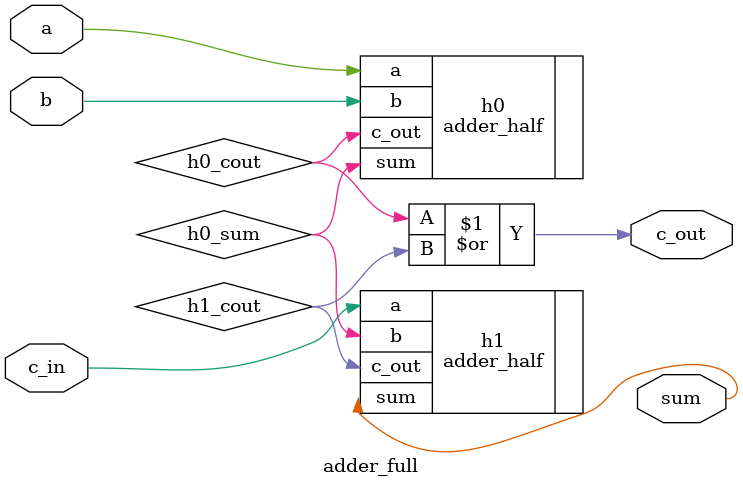
<source format=v>
module adder_full(a, b, c_in, sum, c_out);

	input a, b;
	input c_in;
	output sum;
	output c_out;

	wire h0_sum, h0_cout, h1_cout;

	adder_half h0(.a(a), .b(b), .sum(h0_sum), .c_out(h0_cout));
	adder_half h1(.a(c_in), .b(h0_sum), .sum(sum), .c_out(h1_cout));
	
	assign c_out = h0_cout | h1_cout;

endmodule

</source>
